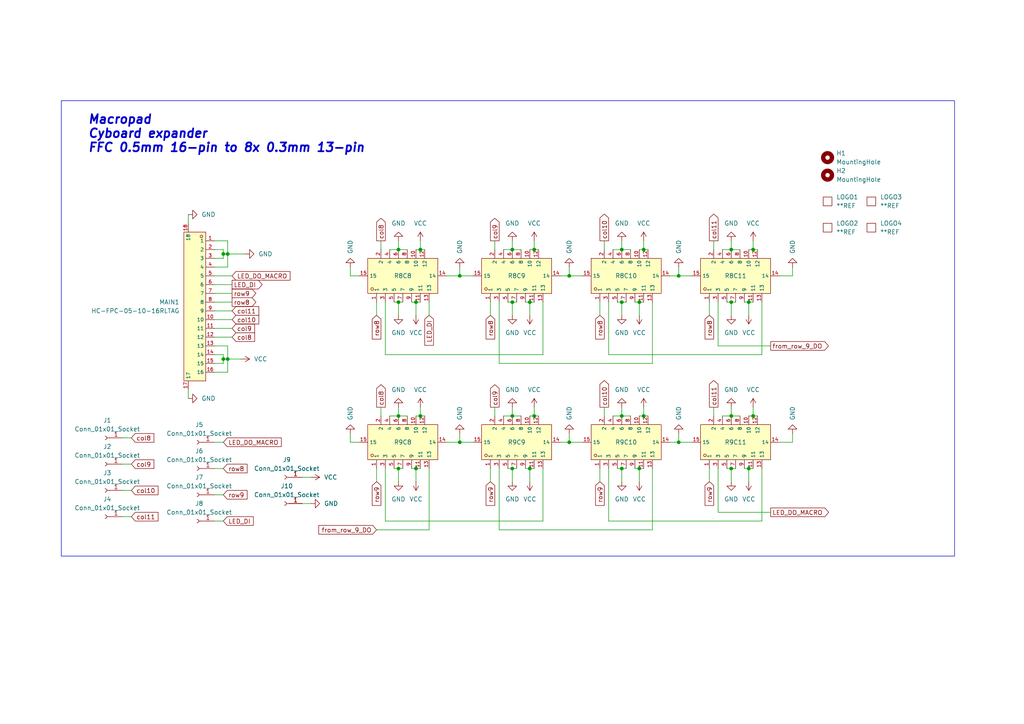
<source format=kicad_sch>
(kicad_sch (version 20230121) (generator eeschema)
  (paper "A4")
  (lib_symbols
    (symbol "Connector:Conn_01x01_Socket" (pin_names (offset 1.016) hide)
      (property "Reference" "J" (at 0 2.54 0))
      (property "Value" "Conn_01x01_Socket" (at 0 -2.54 0))
      (symbol "Conn_01x01_Socket_1_1"
        (polyline (pts (xy -1.27 0) (xy -0.508 0)) (stroke (width 0.1524)))
        (arc (start 0 0.508) (mid -0.5058 0) (end 0 -0.508) (stroke (width 0.1524)))
        (pin passive line (at -5.08 0 0) (length 3.81) (name "Pin_1") (number "1"))
      )
    )
    (symbol "Mechanical:MountingHole" (pin_names (offset 1.016))
      (property "Reference" "H" (at 0 5.08 0))
      (property "Value" "MountingHole" (at 0 3.175 0))
      (symbol "MountingHole_0_1"
        (circle (center 0 0) (radius 1.27) (stroke (width 1.27)))
      )
    )
    (symbol "ct-kicad:FH26W-13S-0_3SHW(60)"
      (property "Reference" "P" (at 0 1.27 0))
      (property "Value" "FH26W-13S-0_3SHW(60)" (at 0 -2.54 0))
      (symbol "FH26W-13S-0_3SHW(60)_0_1"
        (rectangle (start -5.08 10.16) (end 5.08 -10.16) (fill (type background)))
        (circle (center -3.81 8.89) (radius 0.381) (fill (type background)))
        (pin unspecified line (at -7.62 7.62 0) (length 2.54) (name "1") (number "1"))
        (pin unspecified line (at 7.62 -3.81 180) (length 2.54) (name "10") (number "10"))
        (pin unspecified line (at -7.62 -5.08 0) (length 2.54) (name "11") (number "11"))
        (pin unspecified line (at 7.62 -6.35 180) (length 2.54) (name "12") (number "12"))
        (pin unspecified line (at -7.62 -7.62 0) (length 2.54) (name "13") (number "13"))
        (pin unspecified line (at 0 -12.7 90) (length 2.54) (name "14") (number "14"))
        (pin unspecified line (at 0 12.7 270) (length 2.54) (name "15") (number "15"))
        (pin unspecified line (at 7.62 6.35 180) (length 2.54) (name "2") (number "2"))
        (pin unspecified line (at -7.62 5.08 0) (length 2.54) (name "3") (number "3"))
        (pin unspecified line (at 7.62 3.81 180) (length 2.54) (name "4") (number "4"))
        (pin unspecified line (at -7.62 2.54 0) (length 2.54) (name "5") (number "5"))
        (pin unspecified line (at 7.62 1.27 180) (length 2.54) (name "6") (number "6"))
        (pin unspecified line (at -7.62 0 0) (length 2.54) (name "7") (number "7"))
        (pin unspecified line (at 7.62 -1.27 180) (length 2.54) (name "8") (number "8"))
        (pin unspecified line (at -7.62 -2.54 0) (length 2.54) (name "9") (number "9"))
      )
    )
    (symbol "ct-kicad:HC-FPC-05-10-16RLTAG"
      (property "Reference" "U" (at 0 1.27 0))
      (property "Value" "HC-FPC-05-10-16RLTAG" (at 0 -2.54 0))
      (symbol "HC-FPC-05-10-16RLTAG_0_1"
        (rectangle (start -2.54 21.59) (end 3.81 -21.59) (fill (type background)))
        (circle (center -1.27 20.32) (radius 0.381) (fill (type background)))
        (pin unspecified line (at -5.08 19.05 0) (length 2.54) (name "1") (number "1"))
        (pin unspecified line (at -5.08 -3.81 0) (length 2.54) (name "10") (number "10"))
        (pin unspecified line (at -5.08 -6.35 0) (length 2.54) (name "11") (number "11"))
        (pin unspecified line (at -5.08 -8.89 0) (length 2.54) (name "12") (number "12"))
        (pin unspecified line (at -5.08 -11.43 0) (length 2.54) (name "13") (number "13"))
        (pin unspecified line (at -5.08 -13.97 0) (length 2.54) (name "14") (number "14"))
        (pin unspecified line (at -5.08 -16.51 0) (length 2.54) (name "15") (number "15"))
        (pin unspecified line (at -5.08 -19.05 0) (length 2.54) (name "16") (number "16"))
        (pin unspecified line (at 2.54 -24.13 90) (length 2.54) (name "17") (number "17"))
        (pin unspecified line (at 2.54 24.13 270) (length 2.54) (name "18") (number "18"))
        (pin unspecified line (at -5.08 16.51 0) (length 2.54) (name "2") (number "2"))
        (pin unspecified line (at -5.08 13.97 0) (length 2.54) (name "3") (number "3"))
        (pin unspecified line (at -5.08 11.43 0) (length 2.54) (name "4") (number "4"))
        (pin unspecified line (at -5.08 8.89 0) (length 2.54) (name "5") (number "5"))
        (pin unspecified line (at -5.08 6.35 0) (length 2.54) (name "6") (number "6"))
        (pin unspecified line (at -5.08 3.81 0) (length 2.54) (name "7") (number "7"))
        (pin unspecified line (at -5.08 1.27 0) (length 2.54) (name "8") (number "8"))
        (pin unspecified line (at -5.08 -1.27 0) (length 2.54) (name "9") (number "9"))
      )
    )
    (symbol "ct-kicad:awesome-logo" (in_bom no)
      (property "Reference" "LOGO" (at 0 0 0))
      (property "Value" "**REF" (at 0 0 0))
      (symbol "awesome-logo_0_1"
        (rectangle (start -1.27 1.27) (end 1.27 -1.27))
      )
    )
    (symbol "ct-kicad:macropad-qr-15mm" (in_bom no)
      (property "Reference" "LOGO" (at 0 0 0))
      (property "Value" "**REF" (at 0 0 0))
      (symbol "macropad-qr-15mm_0_1"
        (rectangle (start -1.27 1.27) (end 1.27 -1.27))
      )
    )
    (symbol "ct-kicad:qmk-lite-logo" (in_bom no)
      (property "Reference" "LOGO" (at 0 0 0))
      (property "Value" "**REF" (at 0 0 0))
      (symbol "qmk-lite-logo_0_1"
        (rectangle (start -1.27 1.27) (end 1.27 -1.27))
      )
    )
    (symbol "power:GND" (power) (pin_names (offset 0))
      (property "Value" "GND" (at 0 -3.81 0))
      (symbol "GND_0_1"
        (polyline (pts (xy 0 0) (xy 0 -1.27) (xy 1.27 -1.27) (xy 0 -2.54) (xy -1.27 -1.27) (xy 0 -1.27)))
      )
      (symbol "GND_1_1"
        (pin power_in line (at 0 0 270) (length 0) hide (name "GND") (number "1"))
      )
    )
    (symbol "power:VCC" (power) (pin_names (offset 0))
      (property "Value" "VCC" (at 0 3.81 0))
      (symbol "VCC_0_1"
        (polyline (pts (xy -0.762 1.27) (xy 0 2.54)))
        (polyline (pts (xy 0 0) (xy 0 2.54)))
        (polyline (pts (xy 0 2.54) (xy 0.762 1.27)))
      )
      (symbol "VCC_1_1"
        (pin power_in line (at 0 0 90) (length 0) hide (name "VCC") (number "1"))
      )
    )
  )
  (junction (at 121.92 120.65))
  (junction (at 180.34 120.65))
  (junction (at 180.34 87.63))
  (junction (at 217.17 87.63))
  (junction (at 133.35 80.01))
  (junction (at 165.1 128.27))
  (junction (at 186.69 72.39))
  (junction (at 64.77 104.14))
  (junction (at 185.42 87.63))
  (junction (at 153.67 87.63))
  (junction (at 148.59 72.39))
  (junction (at 154.94 120.65))
  (junction (at 180.34 135.89))
  (junction (at 218.44 72.39))
  (junction (at 180.34 72.39))
  (junction (at 212.09 135.89))
  (junction (at 154.94 72.39))
  (junction (at 120.65 87.63))
  (junction (at 148.59 87.63))
  (junction (at 212.09 72.39))
  (junction (at 133.35 128.27))
  (junction (at 212.09 120.65))
  (junction (at 186.69 120.65))
  (junction (at 115.57 120.65))
  (junction (at 212.09 87.63))
  (junction (at 185.42 135.89))
  (junction (at 153.67 135.89))
  (junction (at 217.17 135.89))
  (junction (at 115.57 72.39))
  (junction (at 121.92 72.39))
  (junction (at 196.85 80.01))
  (junction (at 148.59 135.89))
  (junction (at 196.85 128.27))
  (junction (at 115.57 87.63))
  (junction (at 115.57 135.89))
  (junction (at 66.04 104.14))
  (junction (at 64.77 73.66))
  (junction (at 218.44 120.65))
  (junction (at 165.1 80.01))
  (junction (at 148.59 120.65))
  (junction (at 66.04 73.66))
  (junction (at 120.65 135.89))
  (wire (pts (xy 196.85 128.27) (xy 200.66 128.27)))
  (wire (pts (xy 196.85 80.01) (xy 200.66 80.01)))
  (wire (pts (xy 154.94 120.65) (xy 156.21 120.65)))
  (wire (pts (xy 111.76 102.87) (xy 157.48 102.87)))
  (wire (pts (xy 35.56 149.86) (xy 38.1 149.86)))
  (wire (pts (xy 115.57 87.63) (xy 115.57 91.44)))
  (wire (pts (xy 153.67 72.39) (xy 154.94 72.39)))
  (wire (pts (xy 62.23 100.33) (xy 66.04 100.33)))
  (wire (pts (xy 186.69 69.85) (xy 186.69 72.39)))
  (wire (pts (xy 87.63 138.43) (xy 90.17 138.43)))
  (wire (pts (xy 152.4 135.89) (xy 153.67 135.89)))
  (wire (pts (xy 179.07 135.89) (xy 180.34 135.89)))
  (wire (pts (xy 217.17 120.65) (xy 218.44 120.65)))
  (wire (pts (xy 115.57 118.11) (xy 115.57 120.65)))
  (wire (pts (xy 212.09 135.89) (xy 212.09 139.7)))
  (wire (pts (xy 162.56 128.27) (xy 165.1 128.27)))
  (wire (pts (xy 62.23 77.47) (xy 66.04 77.47)))
  (wire (pts (xy 62.23 102.87) (xy 64.77 102.87)))
  (wire (pts (xy 185.42 135.89) (xy 185.42 139.7)))
  (wire (pts (xy 162.56 80.01) (xy 165.1 80.01)))
  (wire (pts (xy 226.06 80.01) (xy 229.87 80.01)))
  (wire (pts (xy 208.28 148.59) (xy 223.52 148.59)))
  (wire (pts (xy 62.23 69.85) (xy 66.04 69.85)))
  (wire (pts (xy 66.04 107.95) (xy 66.04 104.14)))
  (wire (pts (xy 62.23 72.39) (xy 64.77 72.39)))
  (wire (pts (xy 189.23 135.89) (xy 189.23 153.67)))
  (wire (pts (xy 184.15 87.63) (xy 185.42 87.63)))
  (wire (pts (xy 146.05 72.39) (xy 148.59 72.39)))
  (wire (pts (xy 64.77 72.39) (xy 64.77 73.66)))
  (wire (pts (xy 120.65 135.89) (xy 120.65 139.7)))
  (wire (pts (xy 120.65 87.63) (xy 121.92 87.63)))
  (wire (pts (xy 218.44 69.85) (xy 218.44 72.39)))
  (wire (pts (xy 148.59 87.63) (xy 149.86 87.63)))
  (wire (pts (xy 62.23 74.93) (xy 64.77 74.93)))
  (wire (pts (xy 62.23 128.27) (xy 64.77 128.27)))
  (wire (pts (xy 165.1 77.47) (xy 165.1 80.01)))
  (wire (pts (xy 54.61 62.23) (xy 54.61 64.77)))
  (wire (pts (xy 64.77 74.93) (xy 64.77 73.66)))
  (wire (pts (xy 218.44 120.65) (xy 219.71 120.65)))
  (wire (pts (xy 208.28 135.89) (xy 208.28 148.59)))
  (wire (pts (xy 210.82 87.63) (xy 212.09 87.63)))
  (wire (pts (xy 66.04 104.14) (xy 66.04 100.33)))
  (wire (pts (xy 69.85 104.14) (xy 66.04 104.14)))
  (wire (pts (xy 148.59 72.39) (xy 151.13 72.39)))
  (wire (pts (xy 215.9 87.63) (xy 217.17 87.63)))
  (wire (pts (xy 114.3 87.63) (xy 115.57 87.63)))
  (wire (pts (xy 101.6 125.73) (xy 101.6 128.27)))
  (wire (pts (xy 66.04 73.66) (xy 66.04 69.85)))
  (wire (pts (xy 220.98 102.87) (xy 176.53 102.87)))
  (wire (pts (xy 220.98 87.63) (xy 220.98 102.87)))
  (wire (pts (xy 165.1 125.73) (xy 165.1 128.27)))
  (wire (pts (xy 67.31 87.63) (xy 62.23 87.63)))
  (wire (pts (xy 180.34 87.63) (xy 181.61 87.63)))
  (wire (pts (xy 148.59 69.85) (xy 148.59 72.39)))
  (wire (pts (xy 185.42 135.89) (xy 186.69 135.89)))
  (wire (pts (xy 212.09 72.39) (xy 214.63 72.39)))
  (wire (pts (xy 186.69 120.65) (xy 187.96 120.65)))
  (wire (pts (xy 129.54 80.01) (xy 133.35 80.01)))
  (wire (pts (xy 133.35 125.73) (xy 133.35 128.27)))
  (wire (pts (xy 147.32 135.89) (xy 148.59 135.89)))
  (wire (pts (xy 186.69 72.39) (xy 187.96 72.39)))
  (wire (pts (xy 185.42 72.39) (xy 186.69 72.39)))
  (wire (pts (xy 111.76 135.89) (xy 111.76 151.13)))
  (wire (pts (xy 120.65 120.65) (xy 121.92 120.65)))
  (wire (pts (xy 148.59 120.65) (xy 151.13 120.65)))
  (wire (pts (xy 144.78 135.89) (xy 144.78 153.67)))
  (wire (pts (xy 189.23 153.67) (xy 144.78 153.67)))
  (wire (pts (xy 157.48 135.89) (xy 157.48 151.13)))
  (wire (pts (xy 66.04 104.14) (xy 64.77 104.14)))
  (wire (pts (xy 115.57 72.39) (xy 118.11 72.39)))
  (wire (pts (xy 143.51 118.11) (xy 143.51 120.65)))
  (wire (pts (xy 113.03 72.39) (xy 115.57 72.39)))
  (wire (pts (xy 113.03 120.65) (xy 115.57 120.65)))
  (wire (pts (xy 186.69 118.11) (xy 186.69 120.65)))
  (wire (pts (xy 120.65 87.63) (xy 120.65 91.44)))
  (wire (pts (xy 152.4 87.63) (xy 153.67 87.63)))
  (wire (pts (xy 143.51 69.85) (xy 143.51 72.39)))
  (wire (pts (xy 142.24 87.63) (xy 142.24 91.44)))
  (wire (pts (xy 173.99 87.63) (xy 173.99 91.44)))
  (wire (pts (xy 64.77 73.66) (xy 66.04 73.66)))
  (wire (pts (xy 35.56 127) (xy 38.1 127)))
  (wire (pts (xy 207.01 118.11) (xy 207.01 120.65)))
  (wire (pts (xy 215.9 135.89) (xy 217.17 135.89)))
  (wire (pts (xy 217.17 72.39) (xy 218.44 72.39)))
  (wire (pts (xy 110.49 118.11) (xy 110.49 120.65)))
  (wire (pts (xy 180.34 135.89) (xy 181.61 135.89)))
  (wire (pts (xy 153.67 87.63) (xy 154.94 87.63)))
  (wire (pts (xy 87.63 146.05) (xy 90.17 146.05)))
  (wire (pts (xy 62.23 143.51) (xy 64.77 143.51)))
  (wire (pts (xy 111.76 151.13) (xy 157.48 151.13)))
  (wire (pts (xy 179.07 87.63) (xy 180.34 87.63)))
  (wire (pts (xy 71.12 73.66) (xy 66.04 73.66)))
  (wire (pts (xy 217.17 87.63) (xy 218.44 87.63)))
  (wire (pts (xy 194.31 128.27) (xy 196.85 128.27)))
  (wire (pts (xy 177.8 120.65) (xy 180.34 120.65)))
  (wire (pts (xy 196.85 77.47) (xy 196.85 80.01)))
  (wire (pts (xy 212.09 69.85) (xy 212.09 72.39)))
  (wire (pts (xy 153.67 87.63) (xy 153.67 91.44)))
  (wire (pts (xy 120.65 72.39) (xy 121.92 72.39)))
  (wire (pts (xy 157.48 87.63) (xy 157.48 102.87)))
  (wire (pts (xy 212.09 87.63) (xy 212.09 91.44)))
  (wire (pts (xy 208.28 100.33) (xy 223.52 100.33)))
  (wire (pts (xy 218.44 72.39) (xy 219.71 72.39)))
  (wire (pts (xy 148.59 135.89) (xy 148.59 139.7)))
  (wire (pts (xy 66.04 77.47) (xy 66.04 73.66)))
  (wire (pts (xy 173.99 135.89) (xy 173.99 139.7)))
  (wire (pts (xy 109.22 87.63) (xy 109.22 91.44)))
  (wire (pts (xy 67.31 92.71) (xy 62.23 92.71)))
  (wire (pts (xy 121.92 72.39) (xy 123.19 72.39)))
  (wire (pts (xy 101.6 77.47) (xy 101.6 80.01)))
  (wire (pts (xy 175.26 69.85) (xy 175.26 72.39)))
  (wire (pts (xy 176.53 87.63) (xy 176.53 102.87)))
  (wire (pts (xy 109.22 135.89) (xy 109.22 139.7)))
  (wire (pts (xy 115.57 135.89) (xy 115.57 139.7)))
  (wire (pts (xy 209.55 120.65) (xy 212.09 120.65)))
  (wire (pts (xy 110.49 69.85) (xy 110.49 72.39)))
  (wire (pts (xy 189.23 105.41) (xy 144.78 105.41)))
  (wire (pts (xy 144.78 87.63) (xy 144.78 105.41)))
  (wire (pts (xy 54.61 113.03) (xy 54.61 115.57)))
  (wire (pts (xy 124.46 87.63) (xy 124.46 91.44)))
  (wire (pts (xy 148.59 118.11) (xy 148.59 120.65)))
  (wire (pts (xy 114.3 135.89) (xy 115.57 135.89)))
  (wire (pts (xy 121.92 120.65) (xy 123.19 120.65)))
  (wire (pts (xy 165.1 128.27) (xy 168.91 128.27)))
  (wire (pts (xy 212.09 135.89) (xy 213.36 135.89)))
  (wire (pts (xy 67.31 85.09) (xy 62.23 85.09)))
  (wire (pts (xy 175.26 118.11) (xy 175.26 120.65)))
  (wire (pts (xy 129.54 128.27) (xy 133.35 128.27)))
  (wire (pts (xy 180.34 118.11) (xy 180.34 120.65)))
  (wire (pts (xy 62.23 151.13) (xy 64.77 151.13)))
  (wire (pts (xy 196.85 125.73) (xy 196.85 128.27)))
  (wire (pts (xy 189.23 87.63) (xy 189.23 105.41)))
  (wire (pts (xy 154.94 72.39) (xy 156.21 72.39)))
  (wire (pts (xy 217.17 135.89) (xy 217.17 139.7)))
  (wire (pts (xy 35.56 134.62) (xy 38.1 134.62)))
  (wire (pts (xy 101.6 80.01) (xy 104.14 80.01)))
  (wire (pts (xy 67.31 97.79) (xy 62.23 97.79)))
  (wire (pts (xy 62.23 107.95) (xy 66.04 107.95)))
  (wire (pts (xy 115.57 120.65) (xy 118.11 120.65)))
  (wire (pts (xy 67.31 95.25) (xy 62.23 95.25)))
  (wire (pts (xy 205.74 87.63) (xy 205.74 91.44)))
  (wire (pts (xy 119.38 87.63) (xy 120.65 87.63)))
  (wire (pts (xy 115.57 87.63) (xy 116.84 87.63)))
  (wire (pts (xy 64.77 104.14) (xy 64.77 102.87)))
  (wire (pts (xy 121.92 69.85) (xy 121.92 72.39)))
  (wire (pts (xy 207.01 69.85) (xy 207.01 72.39)))
  (wire (pts (xy 180.34 120.65) (xy 182.88 120.65)))
  (wire (pts (xy 115.57 69.85) (xy 115.57 72.39)))
  (wire (pts (xy 133.35 128.27) (xy 137.16 128.27)))
  (wire (pts (xy 121.92 118.11) (xy 121.92 120.65)))
  (wire (pts (xy 67.31 80.01) (xy 62.23 80.01)))
  (wire (pts (xy 111.76 87.63) (xy 111.76 102.87)))
  (wire (pts (xy 210.82 135.89) (xy 212.09 135.89)))
  (wire (pts (xy 229.87 125.73) (xy 229.87 128.27)))
  (wire (pts (xy 212.09 118.11) (xy 212.09 120.65)))
  (wire (pts (xy 220.98 151.13) (xy 176.53 151.13)))
  (wire (pts (xy 180.34 135.89) (xy 180.34 139.7)))
  (wire (pts (xy 124.46 153.67) (xy 109.22 153.67)))
  (wire (pts (xy 148.59 135.89) (xy 149.86 135.89)))
  (wire (pts (xy 101.6 128.27) (xy 104.14 128.27)))
  (wire (pts (xy 142.24 135.89) (xy 142.24 139.7)))
  (wire (pts (xy 209.55 72.39) (xy 212.09 72.39)))
  (wire (pts (xy 177.8 72.39) (xy 180.34 72.39)))
  (wire (pts (xy 119.38 135.89) (xy 120.65 135.89)))
  (wire (pts (xy 217.17 135.89) (xy 218.44 135.89)))
  (wire (pts (xy 184.15 135.89) (xy 185.42 135.89)))
  (wire (pts (xy 217.17 87.63) (xy 217.17 91.44)))
  (wire (pts (xy 153.67 120.65) (xy 154.94 120.65)))
  (wire (pts (xy 146.05 120.65) (xy 148.59 120.65)))
  (wire (pts (xy 120.65 135.89) (xy 121.92 135.89)))
  (wire (pts (xy 62.23 105.41) (xy 64.77 105.41)))
  (wire (pts (xy 115.57 135.89) (xy 116.84 135.89)))
  (wire (pts (xy 124.46 135.89) (xy 124.46 153.67)))
  (wire (pts (xy 62.23 135.89) (xy 64.77 135.89)))
  (wire (pts (xy 212.09 87.63) (xy 213.36 87.63)))
  (wire (pts (xy 194.31 80.01) (xy 196.85 80.01)))
  (wire (pts (xy 133.35 77.47) (xy 133.35 80.01)))
  (wire (pts (xy 153.67 135.89) (xy 154.94 135.89)))
  (wire (pts (xy 180.34 72.39) (xy 182.88 72.39)))
  (wire (pts (xy 208.28 87.63) (xy 208.28 100.33)))
  (wire (pts (xy 153.67 135.89) (xy 153.67 139.7)))
  (wire (pts (xy 185.42 87.63) (xy 185.42 91.44)))
  (wire (pts (xy 185.42 87.63) (xy 186.69 87.63)))
  (wire (pts (xy 229.87 77.47) (xy 229.87 80.01)))
  (wire (pts (xy 205.74 135.89) (xy 205.74 139.7)))
  (wire (pts (xy 154.94 118.11) (xy 154.94 120.65)))
  (wire (pts (xy 148.59 87.63) (xy 148.59 91.44)))
  (wire (pts (xy 220.98 135.89) (xy 220.98 151.13)))
  (wire (pts (xy 147.32 87.63) (xy 148.59 87.63)))
  (wire (pts (xy 176.53 135.89) (xy 176.53 151.13)))
  (wire (pts (xy 180.34 87.63) (xy 180.34 91.44)))
  (wire (pts (xy 154.94 69.85) (xy 154.94 72.39)))
  (wire (pts (xy 64.77 105.41) (xy 64.77 104.14)))
  (wire (pts (xy 226.06 128.27) (xy 229.87 128.27)))
  (wire (pts (xy 165.1 80.01) (xy 168.91 80.01)))
  (wire (pts (xy 180.34 69.85) (xy 180.34 72.39)))
  (wire (pts (xy 62.23 82.55) (xy 67.31 82.55)))
  (wire (pts (xy 133.35 80.01) (xy 137.16 80.01)))
  (wire (pts (xy 212.09 120.65) (xy 214.63 120.65)))
  (wire (pts (xy 67.31 90.17) (xy 62.23 90.17)))
  (wire (pts (xy 185.42 120.65) (xy 186.69 120.65)))
  (wire (pts (xy 35.56 142.24) (xy 38.1 142.24)))
  (wire (pts (xy 218.44 118.11) (xy 218.44 120.65)))
  (rectangle (start 17.78 29.21) (end 276.86 161.29))
  (text "Macropad\nCyboard expander\nFFC 0.5mm 16-pin to 8x 0.3mm 13-pin" (at 25.4 44.45 0) (effects (font (size 2.54 2.54) (thickness 0.508) bold italic) (justify left bottom)))
  (global_label "LED_DO_MACRO" (shape output) (at 223.52 148.59 0) (property "Intersheetrefs" "${INTERSHEET_REFS}" (effects hide)))
  (global_label "col11" (shape output) (at 207.01 69.85 90) (property "Intersheetrefs" "${INTERSHEET_REFS}" (effects hide)))
  (global_label "col8" (shape output) (at 110.49 69.85 90) (property "Intersheetrefs" "${INTERSHEET_REFS}" (effects hide)))
  (global_label "col10" (shape input) (at 67.31 92.71 0) (property "Intersheetrefs" "${INTERSHEET_REFS}" (effects hide)))
  (global_label "col11" (shape input) (at 67.31 90.17 0) (property "Intersheetrefs" "${INTERSHEET_REFS}" (effects hide)))
  (global_label "col9" (shape input) (at 38.1 134.62 0) (property "Intersheetrefs" "${INTERSHEET_REFS}" (effects hide)))
  (global_label "row9" (shape input) (at 109.22 139.7 270) (property "Intersheetrefs" "${INTERSHEET_REFS}" (effects hide)))
  (global_label "row8" (shape input) (at 64.77 135.89 0) (property "Intersheetrefs" "${INTERSHEET_REFS}" (effects hide)))
  (global_label "row8" (shape input) (at 173.99 91.44 270) (property "Intersheetrefs" "${INTERSHEET_REFS}" (effects hide)))
  (global_label "LED_DI" (shape input) (at 124.46 91.44 270) (property "Intersheetrefs" "${INTERSHEET_REFS}" (effects hide)))
  (global_label "LED_DI" (shape output) (at 67.31 82.55 0) (property "Intersheetrefs" "${INTERSHEET_REFS}" (effects hide)))
  (global_label "row8" (shape input) (at 142.24 91.44 270) (property "Intersheetrefs" "${INTERSHEET_REFS}" (effects hide)))
  (global_label "row9" (shape input) (at 64.77 143.51 0) (property "Intersheetrefs" "${INTERSHEET_REFS}" (effects hide)))
  (global_label "col8" (shape input) (at 67.31 97.79 0) (property "Intersheetrefs" "${INTERSHEET_REFS}" (effects hide)))
  (global_label "col8" (shape input) (at 38.1 127 0) (property "Intersheetrefs" "${INTERSHEET_REFS}" (effects hide)))
  (global_label "col9" (shape input) (at 67.31 95.25 0) (property "Intersheetrefs" "${INTERSHEET_REFS}" (effects hide)))
  (global_label "col10" (shape input) (at 38.1 142.24 0) (property "Intersheetrefs" "${INTERSHEET_REFS}" (effects hide)))
  (global_label "row9" (shape input) (at 142.24 139.7 270) (property "Intersheetrefs" "${INTERSHEET_REFS}" (effects hide)))
  (global_label "col10" (shape output) (at 175.26 118.11 90) (property "Intersheetrefs" "${INTERSHEET_REFS}" (effects hide)))
  (global_label "col11" (shape output) (at 207.01 118.11 90) (property "Intersheetrefs" "${INTERSHEET_REFS}" (effects hide)))
  (global_label "LED_DO_MACRO" (shape input) (at 64.77 128.27 0) (property "Intersheetrefs" "${INTERSHEET_REFS}" (effects hide)))
  (global_label "col9" (shape output) (at 143.51 69.85 90) (property "Intersheetrefs" "${INTERSHEET_REFS}" (effects hide)))
  (global_label "col10" (shape output) (at 175.26 69.85 90) (property "Intersheetrefs" "${INTERSHEET_REFS}" (effects hide)))
  (global_label "row8" (shape input) (at 205.74 91.44 270) (property "Intersheetrefs" "${INTERSHEET_REFS}" (effects hide)))
  (global_label "from_row_9_DO" (shape input) (at 109.22 153.67 180) (property "Intersheetrefs" "${INTERSHEET_REFS}" (effects hide)))
  (global_label "row9" (shape input) (at 173.99 139.7 270) (property "Intersheetrefs" "${INTERSHEET_REFS}" (effects hide)))
  (global_label "col8" (shape output) (at 110.49 118.11 90) (property "Intersheetrefs" "${INTERSHEET_REFS}" (effects hide)))
  (global_label "row8" (shape input) (at 109.22 91.44 270) (property "Intersheetrefs" "${INTERSHEET_REFS}" (effects hide)))
  (global_label "from_row_9_DO" (shape output) (at 223.52 100.33 0) (property "Intersheetrefs" "${INTERSHEET_REFS}" (effects hide)))
  (global_label "col9" (shape output) (at 143.51 118.11 90) (property "Intersheetrefs" "${INTERSHEET_REFS}" (effects hide)))
  (global_label "row8" (shape output) (at 67.31 87.63 0) (property "Intersheetrefs" "${INTERSHEET_REFS}" (effects hide)))
  (global_label "row9" (shape input) (at 205.74 139.7 270) (property "Intersheetrefs" "${INTERSHEET_REFS}" (effects hide)))
  (global_label "LED_DI" (shape input) (at 64.77 151.13 0) (property "Intersheetrefs" "${INTERSHEET_REFS}" (effects hide)))
  (global_label "col11" (shape input) (at 38.1 149.86 0) (property "Intersheetrefs" "${INTERSHEET_REFS}" (effects hide)))
  (global_label "row9" (shape output) (at 67.31 85.09 0) (property "Intersheetrefs" "${INTERSHEET_REFS}" (effects hide)))
  (global_label "LED_DO_MACRO" (shape input) (at 67.31 80.01 0) (property "Intersheetrefs" "${INTERSHEET_REFS}" (effects hide)))
  (symbol (lib_id "power:GND") (at 196.85 77.47 180) (unit 1)
    (property "Reference" "#PWR022" (effects hide))
    (property "Value" "GND" (at 196.85 73.66 90) (effects (justify right)))
  )
  (symbol (lib_id "power:VCC") (at 153.67 139.7 180) (unit 1)
    (property "Reference" "#PWR036" (effects hide))
    (property "Value" "VCC" (at 153.67 144.78 0))
  )
  (symbol (lib_id "ct-kicad:FH26W-13S-0_3SHW(60)") (at 213.36 128.27 90) (unit 1)
    (property "Reference" "R9C11" (at 213.36 128.27 90))
    (property "Value" "FH26W-13S-0_3SHW(60)" (effects hide))
    (property "Footprint" "ct-kicad:FPC-SMD_FH26W-13S-0.3SHW-60" (effects hide))
    (property "Datasheet" "https://item.szlcsc.com/418170.html" (effects hide))
    (property "LCSC" "C424653" (effects hide))
  )
  (symbol (lib_id "ct-kicad:qmk-lite-logo") (at 240.03 66.04 0) (unit 1) (in_bom no)
    (property "Reference" "LOGO2" (at 242.57 64.77 0) (effects (justify left)))
    (property "Value" "**REF" (at 242.57 67.31 0) (effects (justify left)))
    (property "Footprint" "ct-kicad:qmk-lite" (effects hide))
  )
  (symbol (lib_id "ct-kicad:macropad-qr-15mm") (at 252.73 66.04 0) (unit 1) (in_bom no)
    (property "Reference" "LOGO4" (at 255.27 64.77 0) (effects (justify left)))
    (property "Value" "**REF" (at 255.27 67.31 0) (effects (justify left)))
    (property "Footprint" "ct-kicad:macropad-pcb-qr-10mm" (effects hide))
  )
  (symbol (lib_id "power:GND") (at 133.35 77.47 180) (unit 1)
    (property "Reference" "#PWR04" (effects hide))
    (property "Value" "GND" (at 133.35 73.66 90) (effects (justify right)))
  )
  (symbol (lib_id "ct-kicad:awesome-logo") (at 252.73 58.42 0) (unit 1) (in_bom no)
    (property "Reference" "LOGO3" (at 255.27 57.15 0) (effects (justify left)))
    (property "Value" "**REF" (at 255.27 59.69 0) (effects (justify left)))
    (property "Footprint" "ct-kicad:awesome-logo" (effects hide))
  )
  (symbol (lib_id "power:VCC") (at 186.69 118.11 0) (unit 1)
    (property "Reference" "#PWR042" (effects hide))
    (property "Value" "VCC" (at 186.69 113.03 0))
  )
  (symbol (lib_id "power:VCC") (at 185.42 91.44 180) (unit 1)
    (property "Reference" "#PWR020" (effects hide))
    (property "Value" "VCC" (at 185.42 96.52 0))
  )
  (symbol (lib_id "power:VCC") (at 69.85 104.14 270) (unit 1)
    (property "Reference" "#PWR02" (effects hide))
    (property "Value" "VCC" (at 73.66 104.14 90) (effects (justify left)))
  )
  (symbol (lib_id "power:GND") (at 212.09 139.7 0) (unit 1)
    (property "Reference" "#PWR045" (effects hide))
    (property "Value" "GND" (at 212.09 144.78 0))
  )
  (symbol (lib_id "power:VCC") (at 218.44 118.11 0) (unit 1)
    (property "Reference" "#PWR047" (effects hide))
    (property "Value" "VCC" (at 218.44 113.03 0))
  )
  (symbol (lib_id "power:GND") (at 229.87 77.47 180) (unit 1)
    (property "Reference" "#PWR027" (effects hide))
    (property "Value" "GND" (at 229.87 73.66 90) (effects (justify right)))
  )
  (symbol (lib_id "ct-kicad:FH26W-13S-0_3SHW(60)") (at 213.36 80.01 90) (unit 1)
    (property "Reference" "R8C11" (at 213.36 80.01 90))
    (property "Value" "FH26W-13S-0_3SHW(60)" (effects hide))
    (property "Footprint" "ct-kicad:FPC-SMD_FH26W-13S-0.3SHW-60" (effects hide))
    (property "Datasheet" "https://item.szlcsc.com/418170.html" (effects hide))
    (property "LCSC" "C424653" (effects hide))
  )
  (symbol (lib_id "power:GND") (at 71.12 73.66 90) (unit 1)
    (property "Reference" "#PWR01" (effects hide))
    (property "Value" "GND" (at 74.93 73.66 90) (effects (justify right)))
  )
  (symbol (lib_id "power:GND") (at 148.59 139.7 0) (unit 1)
    (property "Reference" "#PWR035" (effects hide))
    (property "Value" "GND" (at 148.59 144.78 0))
  )
  (symbol (lib_id "power:GND") (at 229.87 125.73 180) (unit 1)
    (property "Reference" "#PWR048" (effects hide))
    (property "Value" "GND" (at 229.87 121.92 90) (effects (justify right)))
  )
  (symbol (lib_id "Connector:Conn_01x01_Socket") (at 30.48 142.24 180) (unit 1)
    (property "Reference" "J3" (at 31.115 137.16 0))
    (property "Value" "Conn_01x01_Socket" (at 31.115 139.7 0))
    (property "Footprint" "Connector_PinHeader_2.54mm:PinHeader_1x01_P2.54mm_Vertical" (effects hide))
  )
  (symbol (lib_id "power:GND") (at 115.57 139.7 0) (unit 1)
    (property "Reference" "#PWR030" (effects hide))
    (property "Value" "GND" (at 115.57 144.78 0))
  )
  (symbol (lib_id "power:GND") (at 148.59 118.11 180) (unit 1)
    (property "Reference" "#PWR034" (effects hide))
    (property "Value" "GND" (at 148.59 113.03 0))
  )
  (symbol (lib_id "ct-kicad:FH26W-13S-0_3SHW(60)") (at 149.86 128.27 90) (unit 1)
    (property "Reference" "R9C9" (at 149.86 128.27 90))
    (property "Value" "FH26W-13S-0_3SHW(60)" (effects hide))
    (property "Footprint" "ct-kicad:FPC-SMD_FH26W-13S-0.3SHW-60" (effects hide))
    (property "Datasheet" "https://item.szlcsc.com/418170.html" (effects hide))
    (property "LCSC" "C424653" (effects hide))
  )
  (symbol (lib_id "Connector:Conn_01x01_Socket") (at 30.48 134.62 180) (unit 1)
    (property "Reference" "J2" (at 31.115 129.54 0))
    (property "Value" "Conn_01x01_Socket" (at 31.115 132.08 0))
    (property "Footprint" "Connector_PinHeader_2.54mm:PinHeader_1x01_P2.54mm_Vertical" (effects hide))
  )
  (symbol (lib_id "power:GND") (at 212.09 91.44 0) (unit 1)
    (property "Reference" "#PWR024" (effects hide))
    (property "Value" "GND" (at 212.09 96.52 0))
  )
  (symbol (lib_id "Mechanical:MountingHole") (at 240.03 50.8 0) (unit 1)
    (property "Reference" "H2" (at 242.57 49.53 0) (effects (justify left)))
    (property "Value" "MountingHole" (at 242.57 52.07 0) (effects (justify left)))
    (property "Footprint" "MountingHole:MountingHole_3mm_Pad_Via" (effects hide))
  )
  (symbol (lib_id "Connector:Conn_01x01_Socket") (at 57.15 128.27 180) (unit 1)
    (property "Reference" "J5" (at 57.785 123.19 0))
    (property "Value" "Conn_01x01_Socket" (at 57.785 125.73 0))
    (property "Footprint" "Connector_PinHeader_2.54mm:PinHeader_1x01_P2.54mm_Vertical" (effects hide))
  )
  (symbol (lib_id "power:GND") (at 133.35 125.73 180) (unit 1)
    (property "Reference" "#PWR033" (effects hide))
    (property "Value" "GND" (at 133.35 121.92 90) (effects (justify right)))
  )
  (symbol (lib_id "power:GND") (at 90.17 146.05 90) (unit 1)
    (property "Reference" "#PWR011" (effects hide))
    (property "Value" "GND" (at 93.98 146.05 90) (effects (justify right)))
  )
  (symbol (lib_id "Connector:Conn_01x01_Socket") (at 57.15 135.89 180) (unit 1)
    (property "Reference" "J6" (at 57.785 130.81 0))
    (property "Value" "Conn_01x01_Socket" (at 57.785 133.35 0))
    (property "Footprint" "Connector_PinHeader_2.54mm:PinHeader_1x01_P2.54mm_Vertical" (effects hide))
  )
  (symbol (lib_id "power:VCC") (at 153.67 91.44 180) (unit 1)
    (property "Reference" "#PWR016" (effects hide))
    (property "Value" "VCC" (at 153.67 96.52 0))
  )
  (symbol (lib_id "power:VCC") (at 154.94 69.85 0) (unit 1)
    (property "Reference" "#PWR017" (effects hide))
    (property "Value" "VCC" (at 154.94 64.77 0))
  )
  (symbol (lib_id "Connector:Conn_01x01_Socket") (at 57.15 151.13 180) (unit 1)
    (property "Reference" "J8" (at 57.785 146.05 0))
    (property "Value" "Conn_01x01_Socket" (at 57.785 148.59 0))
    (property "Footprint" "Connector_PinHeader_2.54mm:PinHeader_1x01_P2.54mm_Vertical" (effects hide))
  )
  (symbol (lib_id "ct-kicad:FH26W-13S-0_3SHW(60)") (at 181.61 128.27 90) (unit 1)
    (property "Reference" "R9C10" (at 181.61 128.27 90))
    (property "Value" "FH26W-13S-0_3SHW(60)" (effects hide))
    (property "Footprint" "ct-kicad:FPC-SMD_FH26W-13S-0.3SHW-60" (effects hide))
    (property "Datasheet" "https://item.szlcsc.com/418170.html" (effects hide))
    (property "LCSC" "C424653" (effects hide))
  )
  (symbol (lib_id "Mechanical:MountingHole") (at 240.03 45.72 0) (unit 1)
    (property "Reference" "H1" (at 242.57 44.45 0) (effects (justify left)))
    (property "Value" "MountingHole" (at 242.57 46.99 0) (effects (justify left)))
    (property "Footprint" "MountingHole:MountingHole_3mm_Pad_Via" (effects hide))
  )
  (symbol (lib_id "power:GND") (at 165.1 77.47 180) (unit 1)
    (property "Reference" "#PWR012" (effects hide))
    (property "Value" "GND" (at 165.1 73.66 90) (effects (justify right)))
  )
  (symbol (lib_id "power:VCC") (at 120.65 91.44 180) (unit 1)
    (property "Reference" "#PWR010" (effects hide))
    (property "Value" "VCC" (at 120.65 96.52 0))
  )
  (symbol (lib_id "power:GND") (at 196.85 125.73 180) (unit 1)
    (property "Reference" "#PWR043" (effects hide))
    (property "Value" "GND" (at 196.85 121.92 90) (effects (justify right)))
  )
  (symbol (lib_id "ct-kicad:awesome-logo") (at 240.03 58.42 0) (unit 1) (in_bom no)
    (property "Reference" "LOGO1" (at 242.57 57.15 0) (effects (justify left)))
    (property "Value" "**REF" (at 242.57 59.69 0) (effects (justify left)))
    (property "Footprint" "ct-kicad:awesome-logo" (effects hide))
  )
  (symbol (lib_id "power:GND") (at 180.34 118.11 180) (unit 1)
    (property "Reference" "#PWR039" (effects hide))
    (property "Value" "GND" (at 180.34 113.03 0))
  )
  (symbol (lib_id "power:GND") (at 180.34 69.85 180) (unit 1)
    (property "Reference" "#PWR018" (effects hide))
    (property "Value" "GND" (at 180.34 64.77 0))
  )
  (symbol (lib_id "power:VCC") (at 90.17 138.43 270) (unit 1)
    (property "Reference" "#PWR015" (effects hide))
    (property "Value" "VCC" (at 93.98 138.43 90) (effects (justify left)))
  )
  (symbol (lib_id "power:GND") (at 54.61 115.57 90) (unit 1)
    (property "Reference" "#PWR07" (effects hide))
    (property "Value" "GND" (at 58.42 115.57 90) (effects (justify right)))
  )
  (symbol (lib_id "power:VCC") (at 120.65 139.7 180) (unit 1)
    (property "Reference" "#PWR031" (effects hide))
    (property "Value" "VCC" (at 120.65 144.78 0))
  )
  (symbol (lib_id "power:GND") (at 148.59 69.85 180) (unit 1)
    (property "Reference" "#PWR013" (effects hide))
    (property "Value" "GND" (at 148.59 64.77 0))
  )
  (symbol (lib_id "power:GND") (at 115.57 91.44 0) (unit 1)
    (property "Reference" "#PWR06" (effects hide))
    (property "Value" "GND" (at 115.57 96.52 0))
  )
  (symbol (lib_id "Connector:Conn_01x01_Socket") (at 30.48 149.86 180) (unit 1)
    (property "Reference" "J4" (at 31.115 144.78 0))
    (property "Value" "Conn_01x01_Socket" (at 31.115 147.32 0))
    (property "Footprint" "Connector_PinHeader_2.54mm:PinHeader_1x01_P2.54mm_Vertical" (effects hide))
  )
  (symbol (lib_id "power:GND") (at 180.34 139.7 0) (unit 1)
    (property "Reference" "#PWR040" (effects hide))
    (property "Value" "GND" (at 180.34 144.78 0))
  )
  (symbol (lib_id "power:VCC") (at 121.92 69.85 0) (unit 1)
    (property "Reference" "#PWR08" (effects hide))
    (property "Value" "VCC" (at 121.92 64.77 0))
  )
  (symbol (lib_id "ct-kicad:FH26W-13S-0_3SHW(60)") (at 116.84 128.27 90) (unit 1)
    (property "Reference" "R9C8" (at 116.84 128.27 90))
    (property "Value" "FH26W-13S-0_3SHW(60)" (effects hide))
    (property "Footprint" "ct-kicad:FPC-SMD_FH26W-13S-0.3SHW-60" (effects hide))
    (property "Datasheet" "https://item.szlcsc.com/418170.html" (effects hide))
    (property "LCSC" "C424653" (effects hide))
  )
  (symbol (lib_id "Connector:Conn_01x01_Socket") (at 82.55 146.05 180) (unit 1)
    (property "Reference" "J10" (at 83.185 140.97 0))
    (property "Value" "Conn_01x01_Socket" (at 83.185 143.51 0))
    (property "Footprint" "Connector_PinHeader_2.54mm:PinHeader_1x01_P2.54mm_Vertical" (effects hide))
  )
  (symbol (lib_id "power:GND") (at 115.57 69.85 180) (unit 1)
    (property "Reference" "#PWR05" (effects hide))
    (property "Value" "GND" (at 115.57 64.77 0))
  )
  (symbol (lib_id "power:GND") (at 115.57 118.11 180) (unit 1)
    (property "Reference" "#PWR029" (effects hide))
    (property "Value" "GND" (at 115.57 113.03 0))
  )
  (symbol (lib_id "power:VCC") (at 121.92 118.11 0) (unit 1)
    (property "Reference" "#PWR032" (effects hide))
    (property "Value" "VCC" (at 121.92 113.03 0))
  )
  (symbol (lib_id "power:VCC") (at 186.69 69.85 0) (unit 1)
    (property "Reference" "#PWR021" (effects hide))
    (property "Value" "VCC" (at 186.69 64.77 0))
  )
  (symbol (lib_id "power:GND") (at 180.34 91.44 0) (unit 1)
    (property "Reference" "#PWR019" (effects hide))
    (property "Value" "GND" (at 180.34 96.52 0))
  )
  (symbol (lib_id "power:GND") (at 54.61 62.23 90) (unit 1)
    (property "Reference" "#PWR03" (effects hide))
    (property "Value" "GND" (at 58.42 62.23 90) (effects (justify right)))
  )
  (symbol (lib_id "Connector:Conn_01x01_Socket") (at 57.15 143.51 180) (unit 1)
    (property "Reference" "J7" (at 57.785 138.43 0))
    (property "Value" "Conn_01x01_Socket" (at 57.785 140.97 0))
    (property "Footprint" "Connector_PinHeader_2.54mm:PinHeader_1x01_P2.54mm_Vertical" (effects hide))
  )
  (symbol (lib_id "power:GND") (at 212.09 118.11 180) (unit 1)
    (property "Reference" "#PWR044" (effects hide))
    (property "Value" "GND" (at 212.09 113.03 0))
  )
  (symbol (lib_id "power:VCC") (at 218.44 69.85 0) (unit 1)
    (property "Reference" "#PWR026" (effects hide))
    (property "Value" "VCC" (at 218.44 64.77 0))
  )
  (symbol (lib_id "ct-kicad:FH26W-13S-0_3SHW(60)") (at 149.86 80.01 90) (unit 1)
    (property "Reference" "R8C9" (at 149.86 80.01 90))
    (property "Value" "FH26W-13S-0_3SHW(60)" (effects hide))
    (property "Footprint" "ct-kicad:FPC-SMD_FH26W-13S-0.3SHW-60" (effects hide))
    (property "Datasheet" "https://item.szlcsc.com/418170.html" (effects hide))
    (property "LCSC" "C424653" (effects hide))
  )
  (symbol (lib_id "ct-kicad:HC-FPC-05-10-16RLTAG") (at 57.15 88.9 0) (mirror y) (unit 1)
    (property "Reference" "MAIN1" (at 52.07 87.63 0) (effects (justify left)))
    (property "Value" "HC-FPC-05-10-16RLTAG" (at 52.07 90.17 0) (effects (justify left)))
    (property "Footprint" "ct-kicad:FPC-SMD_16P-P0.50_HCTL_HC-FPC-05-10-16RLTAG" (effects hide))
    (property "Datasheet" "https://atta.szlcsc.com/upload/public/pdf/source/20221027/B2DE489DA152049D1F105170189CFB4E.pdf" (effects hide))
    (property "LCSC" "C5213735" (effects hide))
  )
  (symbol (lib_id "power:VCC") (at 154.94 118.11 0) (unit 1)
    (property "Reference" "#PWR037" (effects hide))
    (property "Value" "VCC" (at 154.94 113.03 0))
  )
  (symbol (lib_id "power:GND") (at 101.6 125.73 180) (unit 1)
    (property "Reference" "#PWR028" (effects hide))
    (property "Value" "GND" (at 101.6 121.92 90) (effects (justify right)))
  )
  (symbol (lib_id "power:GND") (at 101.6 77.47 180) (unit 1)
    (property "Reference" "#PWR09" (effects hide))
    (property "Value" "GND" (at 101.6 73.66 90) (effects (justify right)))
  )
  (symbol (lib_id "power:VCC") (at 185.42 139.7 180) (unit 1)
    (property "Reference" "#PWR041" (effects hide))
    (property "Value" "VCC" (at 185.42 144.78 0))
  )
  (symbol (lib_id "ct-kicad:FH26W-13S-0_3SHW(60)") (at 181.61 80.01 90) (unit 1)
    (property "Reference" "R8C10" (at 181.61 80.01 90))
    (property "Value" "FH26W-13S-0_3SHW(60)" (effects hide))
    (property "Footprint" "ct-kicad:FPC-SMD_FH26W-13S-0.3SHW-60" (effects hide))
    (property "Datasheet" "https://item.szlcsc.com/418170.html" (effects hide))
    (property "LCSC" "C424653" (effects hide))
  )
  (symbol (lib_id "Connector:Conn_01x01_Socket") (at 30.48 127 180) (unit 1)
    (property "Reference" "J1" (at 31.115 121.92 0))
    (property "Value" "Conn_01x01_Socket" (at 31.115 124.46 0))
    (property "Footprint" "Connector_PinHeader_2.54mm:PinHeader_1x01_P2.54mm_Vertical" (effects hide))
  )
  (symbol (lib_id "power:GND") (at 148.59 91.44 0) (unit 1)
    (property "Reference" "#PWR014" (effects hide))
    (property "Value" "GND" (at 148.59 96.52 0))
  )
  (symbol (lib_id "ct-kicad:FH26W-13S-0_3SHW(60)") (at 116.84 80.01 90) (unit 1)
    (property "Reference" "R8C8" (at 116.84 80.01 90))
    (property "Value" "FH26W-13S-0_3SHW(60)" (effects hide))
    (property "Footprint" "ct-kicad:FPC-SMD_FH26W-13S-0.3SHW-60" (effects hide))
    (property "Datasheet" "https://item.szlcsc.com/418170.html" (effects hide))
    (property "LCSC" "C424653" (effects hide))
  )
  (symbol (lib_id "power:GND") (at 212.09 69.85 180) (unit 1)
    (property "Reference" "#PWR023" (effects hide))
    (property "Value" "GND" (at 212.09 64.77 0))
  )
  (symbol (lib_id "power:GND") (at 165.1 125.73 180) (unit 1)
    (property "Reference" "#PWR038" (effects hide))
    (property "Value" "GND" (at 165.1 121.92 90) (effects (justify right)))
  )
  (symbol (lib_id "power:VCC") (at 217.17 91.44 180) (unit 1)
    (property "Reference" "#PWR025" (effects hide))
    (property "Value" "VCC" (at 217.17 96.52 0))
  )
  (symbol (lib_id "Connector:Conn_01x01_Socket") (at 82.55 138.43 180) (unit 1)
    (property "Reference" "J9" (at 83.185 133.35 0))
    (property "Value" "Conn_01x01_Socket" (at 83.185 135.89 0))
    (property "Footprint" "Connector_PinHeader_2.54mm:PinHeader_1x01_P2.54mm_Vertical" (effects hide))
  )
  (symbol (lib_id "power:VCC") (at 217.17 139.7 180) (unit 1)
    (property "Reference" "#PWR046" (effects hide))
    (property "Value" "VCC" (at 217.17 144.78 0))
  )
)
</source>
